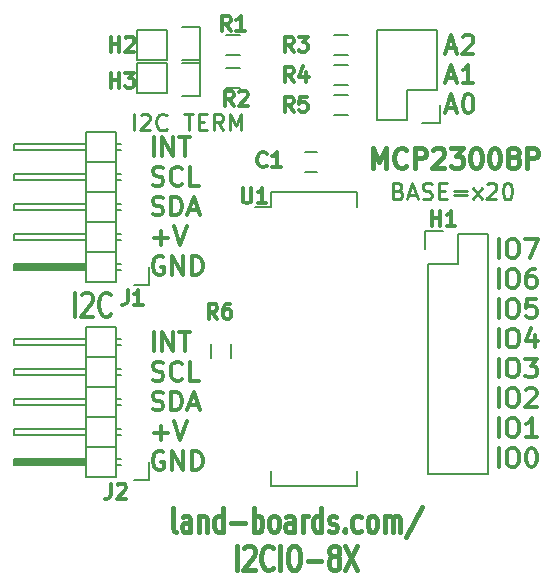
<source format=gto>
G04 #@! TF.FileFunction,Legend,Top*
%FSLAX46Y46*%
G04 Gerber Fmt 4.6, Leading zero omitted, Abs format (unit mm)*
G04 Created by KiCad (PCBNEW (after 2015-mar-04 BZR unknown)-product) date 12/21/2015 2:53:08 PM*
%MOMM*%
G01*
G04 APERTURE LIST*
%ADD10C,0.150000*%
%ADD11C,0.304800*%
%ADD12C,0.285750*%
%ADD13C,0.381000*%
%ADD14C,0.412750*%
G04 APERTURE END LIST*
D10*
D11*
X13331976Y-29445555D02*
X13331976Y-27858055D01*
X14087928Y-29445555D02*
X14087928Y-27858055D01*
X14995071Y-29445555D01*
X14995071Y-27858055D01*
X15524237Y-27858055D02*
X16431380Y-27858055D01*
X15977809Y-29445555D02*
X15977809Y-27858055D01*
X13256381Y-31897260D02*
X13483167Y-31972855D01*
X13861143Y-31972855D01*
X14012333Y-31897260D01*
X14087929Y-31821664D01*
X14163524Y-31670474D01*
X14163524Y-31519283D01*
X14087929Y-31368093D01*
X14012333Y-31292498D01*
X13861143Y-31216902D01*
X13558762Y-31141307D01*
X13407571Y-31065712D01*
X13331976Y-30990117D01*
X13256381Y-30838926D01*
X13256381Y-30687736D01*
X13331976Y-30536545D01*
X13407571Y-30460950D01*
X13558762Y-30385355D01*
X13936738Y-30385355D01*
X14163524Y-30460950D01*
X15751024Y-31821664D02*
X15675429Y-31897260D01*
X15448643Y-31972855D01*
X15297453Y-31972855D01*
X15070667Y-31897260D01*
X14919476Y-31746069D01*
X14843881Y-31594879D01*
X14768286Y-31292498D01*
X14768286Y-31065712D01*
X14843881Y-30763331D01*
X14919476Y-30612140D01*
X15070667Y-30460950D01*
X15297453Y-30385355D01*
X15448643Y-30385355D01*
X15675429Y-30460950D01*
X15751024Y-30536545D01*
X17187334Y-31972855D02*
X16431381Y-31972855D01*
X16431381Y-30385355D01*
X13256381Y-34424560D02*
X13483167Y-34500155D01*
X13861143Y-34500155D01*
X14012333Y-34424560D01*
X14087929Y-34348964D01*
X14163524Y-34197774D01*
X14163524Y-34046583D01*
X14087929Y-33895393D01*
X14012333Y-33819798D01*
X13861143Y-33744202D01*
X13558762Y-33668607D01*
X13407571Y-33593012D01*
X13331976Y-33517417D01*
X13256381Y-33366226D01*
X13256381Y-33215036D01*
X13331976Y-33063845D01*
X13407571Y-32988250D01*
X13558762Y-32912655D01*
X13936738Y-32912655D01*
X14163524Y-32988250D01*
X14843881Y-34500155D02*
X14843881Y-32912655D01*
X15221857Y-32912655D01*
X15448643Y-32988250D01*
X15599834Y-33139440D01*
X15675429Y-33290631D01*
X15751024Y-33593012D01*
X15751024Y-33819798D01*
X15675429Y-34122179D01*
X15599834Y-34273369D01*
X15448643Y-34424560D01*
X15221857Y-34500155D01*
X14843881Y-34500155D01*
X16355786Y-34046583D02*
X17111738Y-34046583D01*
X16204595Y-34500155D02*
X16733762Y-32912655D01*
X17262929Y-34500155D01*
X13331976Y-36422693D02*
X14541500Y-36422693D01*
X13936738Y-37027455D02*
X13936738Y-35817931D01*
X15070666Y-35439955D02*
X15599833Y-37027455D01*
X16129000Y-35439955D01*
X14163524Y-38042850D02*
X14012333Y-37967255D01*
X13785548Y-37967255D01*
X13558762Y-38042850D01*
X13407571Y-38194040D01*
X13331976Y-38345231D01*
X13256381Y-38647612D01*
X13256381Y-38874398D01*
X13331976Y-39176779D01*
X13407571Y-39327969D01*
X13558762Y-39479160D01*
X13785548Y-39554755D01*
X13936738Y-39554755D01*
X14163524Y-39479160D01*
X14239119Y-39403564D01*
X14239119Y-38874398D01*
X13936738Y-38874398D01*
X14919476Y-39554755D02*
X14919476Y-37967255D01*
X15826619Y-39554755D01*
X15826619Y-37967255D01*
X16582571Y-39554755D02*
X16582571Y-37967255D01*
X16960547Y-37967255D01*
X17187333Y-38042850D01*
X17338524Y-38194040D01*
X17414119Y-38345231D01*
X17489714Y-38647612D01*
X17489714Y-38874398D01*
X17414119Y-39176779D01*
X17338524Y-39327969D01*
X17187333Y-39479160D01*
X16960547Y-39554755D01*
X16582571Y-39554755D01*
D12*
X11635620Y-10791976D02*
X11635620Y-9394976D01*
X12234334Y-9528024D02*
X12300858Y-9461500D01*
X12433906Y-9394976D01*
X12766525Y-9394976D01*
X12899572Y-9461500D01*
X12966096Y-9528024D01*
X13032620Y-9661071D01*
X13032620Y-9794119D01*
X12966096Y-9993690D01*
X12167810Y-10791976D01*
X13032620Y-10791976D01*
X14429620Y-10658929D02*
X14363096Y-10725452D01*
X14163525Y-10791976D01*
X14030477Y-10791976D01*
X13830905Y-10725452D01*
X13697858Y-10592405D01*
X13631334Y-10459357D01*
X13564810Y-10193262D01*
X13564810Y-9993690D01*
X13631334Y-9727595D01*
X13697858Y-9594548D01*
X13830905Y-9461500D01*
X14030477Y-9394976D01*
X14163525Y-9394976D01*
X14363096Y-9461500D01*
X14429620Y-9528024D01*
X15893144Y-9394976D02*
X16691429Y-9394976D01*
X16292286Y-10791976D02*
X16292286Y-9394976D01*
X17157096Y-10060214D02*
X17622763Y-10060214D01*
X17822334Y-10791976D02*
X17157096Y-10791976D01*
X17157096Y-9394976D01*
X17822334Y-9394976D01*
X19219334Y-10791976D02*
X18753667Y-10126738D01*
X18421048Y-10791976D02*
X18421048Y-9394976D01*
X18953239Y-9394976D01*
X19086286Y-9461500D01*
X19152810Y-9528024D01*
X19219334Y-9661071D01*
X19219334Y-9860643D01*
X19152810Y-9993690D01*
X19086286Y-10060214D01*
X18953239Y-10126738D01*
X18421048Y-10126738D01*
X19818048Y-10791976D02*
X19818048Y-9394976D01*
X20283715Y-10392833D01*
X20749381Y-9394976D01*
X20749381Y-10791976D01*
X34051120Y-15902214D02*
X34250691Y-15968738D01*
X34317215Y-16035262D01*
X34383739Y-16168310D01*
X34383739Y-16367881D01*
X34317215Y-16500929D01*
X34250691Y-16567452D01*
X34117644Y-16633976D01*
X33585453Y-16633976D01*
X33585453Y-15236976D01*
X34051120Y-15236976D01*
X34184167Y-15303500D01*
X34250691Y-15370024D01*
X34317215Y-15503071D01*
X34317215Y-15636119D01*
X34250691Y-15769167D01*
X34184167Y-15835690D01*
X34051120Y-15902214D01*
X33585453Y-15902214D01*
X34915929Y-16234833D02*
X35581167Y-16234833D01*
X34782882Y-16633976D02*
X35248548Y-15236976D01*
X35714215Y-16633976D01*
X36113358Y-16567452D02*
X36312930Y-16633976D01*
X36645549Y-16633976D01*
X36778596Y-16567452D01*
X36845120Y-16500929D01*
X36911644Y-16367881D01*
X36911644Y-16234833D01*
X36845120Y-16101786D01*
X36778596Y-16035262D01*
X36645549Y-15968738D01*
X36379453Y-15902214D01*
X36246406Y-15835690D01*
X36179882Y-15769167D01*
X36113358Y-15636119D01*
X36113358Y-15503071D01*
X36179882Y-15370024D01*
X36246406Y-15303500D01*
X36379453Y-15236976D01*
X36712073Y-15236976D01*
X36911644Y-15303500D01*
X37510358Y-15902214D02*
X37976025Y-15902214D01*
X38175596Y-16633976D02*
X37510358Y-16633976D01*
X37510358Y-15236976D01*
X38175596Y-15236976D01*
X38774310Y-15902214D02*
X39838691Y-15902214D01*
X39838691Y-16301357D02*
X38774310Y-16301357D01*
X40370881Y-16633976D02*
X41102643Y-15702643D01*
X40370881Y-15702643D02*
X41102643Y-16633976D01*
X41568310Y-15370024D02*
X41634834Y-15303500D01*
X41767882Y-15236976D01*
X42100501Y-15236976D01*
X42233548Y-15303500D01*
X42300072Y-15370024D01*
X42366596Y-15503071D01*
X42366596Y-15636119D01*
X42300072Y-15835690D01*
X41501786Y-16633976D01*
X42366596Y-16633976D01*
X43231405Y-15236976D02*
X43364453Y-15236976D01*
X43497501Y-15303500D01*
X43564024Y-15370024D01*
X43630548Y-15503071D01*
X43697072Y-15769167D01*
X43697072Y-16101786D01*
X43630548Y-16367881D01*
X43564024Y-16500929D01*
X43497501Y-16567452D01*
X43364453Y-16633976D01*
X43231405Y-16633976D01*
X43098358Y-16567452D01*
X43031834Y-16500929D01*
X42965310Y-16367881D01*
X42898786Y-16101786D01*
X42898786Y-15769167D01*
X42965310Y-15503071D01*
X43031834Y-15370024D01*
X43098358Y-15303500D01*
X43231405Y-15236976D01*
D11*
X42541976Y-21590605D02*
X42541976Y-20003105D01*
X43600309Y-20003105D02*
X43902690Y-20003105D01*
X44053881Y-20078700D01*
X44205071Y-20229890D01*
X44280666Y-20532271D01*
X44280666Y-21061438D01*
X44205071Y-21363819D01*
X44053881Y-21515010D01*
X43902690Y-21590605D01*
X43600309Y-21590605D01*
X43449119Y-21515010D01*
X43297928Y-21363819D01*
X43222333Y-21061438D01*
X43222333Y-20532271D01*
X43297928Y-20229890D01*
X43449119Y-20078700D01*
X43600309Y-20003105D01*
X44809833Y-20003105D02*
X45868166Y-20003105D01*
X45187809Y-21590605D01*
X42541976Y-24117905D02*
X42541976Y-22530405D01*
X43600309Y-22530405D02*
X43902690Y-22530405D01*
X44053881Y-22606000D01*
X44205071Y-22757190D01*
X44280666Y-23059571D01*
X44280666Y-23588738D01*
X44205071Y-23891119D01*
X44053881Y-24042310D01*
X43902690Y-24117905D01*
X43600309Y-24117905D01*
X43449119Y-24042310D01*
X43297928Y-23891119D01*
X43222333Y-23588738D01*
X43222333Y-23059571D01*
X43297928Y-22757190D01*
X43449119Y-22606000D01*
X43600309Y-22530405D01*
X45641380Y-22530405D02*
X45338999Y-22530405D01*
X45187809Y-22606000D01*
X45112214Y-22681595D01*
X44961023Y-22908381D01*
X44885428Y-23210762D01*
X44885428Y-23815524D01*
X44961023Y-23966714D01*
X45036618Y-24042310D01*
X45187809Y-24117905D01*
X45490190Y-24117905D01*
X45641380Y-24042310D01*
X45716976Y-23966714D01*
X45792571Y-23815524D01*
X45792571Y-23437548D01*
X45716976Y-23286357D01*
X45641380Y-23210762D01*
X45490190Y-23135167D01*
X45187809Y-23135167D01*
X45036618Y-23210762D01*
X44961023Y-23286357D01*
X44885428Y-23437548D01*
X42541976Y-26645205D02*
X42541976Y-25057705D01*
X43600309Y-25057705D02*
X43902690Y-25057705D01*
X44053881Y-25133300D01*
X44205071Y-25284490D01*
X44280666Y-25586871D01*
X44280666Y-26116038D01*
X44205071Y-26418419D01*
X44053881Y-26569610D01*
X43902690Y-26645205D01*
X43600309Y-26645205D01*
X43449119Y-26569610D01*
X43297928Y-26418419D01*
X43222333Y-26116038D01*
X43222333Y-25586871D01*
X43297928Y-25284490D01*
X43449119Y-25133300D01*
X43600309Y-25057705D01*
X45716976Y-25057705D02*
X44961023Y-25057705D01*
X44885428Y-25813657D01*
X44961023Y-25738062D01*
X45112214Y-25662467D01*
X45490190Y-25662467D01*
X45641380Y-25738062D01*
X45716976Y-25813657D01*
X45792571Y-25964848D01*
X45792571Y-26342824D01*
X45716976Y-26494014D01*
X45641380Y-26569610D01*
X45490190Y-26645205D01*
X45112214Y-26645205D01*
X44961023Y-26569610D01*
X44885428Y-26494014D01*
X42541976Y-29172505D02*
X42541976Y-27585005D01*
X43600309Y-27585005D02*
X43902690Y-27585005D01*
X44053881Y-27660600D01*
X44205071Y-27811790D01*
X44280666Y-28114171D01*
X44280666Y-28643338D01*
X44205071Y-28945719D01*
X44053881Y-29096910D01*
X43902690Y-29172505D01*
X43600309Y-29172505D01*
X43449119Y-29096910D01*
X43297928Y-28945719D01*
X43222333Y-28643338D01*
X43222333Y-28114171D01*
X43297928Y-27811790D01*
X43449119Y-27660600D01*
X43600309Y-27585005D01*
X45641380Y-28114171D02*
X45641380Y-29172505D01*
X45263404Y-27509410D02*
X44885428Y-28643338D01*
X45868166Y-28643338D01*
X42541976Y-31699805D02*
X42541976Y-30112305D01*
X43600309Y-30112305D02*
X43902690Y-30112305D01*
X44053881Y-30187900D01*
X44205071Y-30339090D01*
X44280666Y-30641471D01*
X44280666Y-31170638D01*
X44205071Y-31473019D01*
X44053881Y-31624210D01*
X43902690Y-31699805D01*
X43600309Y-31699805D01*
X43449119Y-31624210D01*
X43297928Y-31473019D01*
X43222333Y-31170638D01*
X43222333Y-30641471D01*
X43297928Y-30339090D01*
X43449119Y-30187900D01*
X43600309Y-30112305D01*
X44809833Y-30112305D02*
X45792571Y-30112305D01*
X45263404Y-30717067D01*
X45490190Y-30717067D01*
X45641380Y-30792662D01*
X45716976Y-30868257D01*
X45792571Y-31019448D01*
X45792571Y-31397424D01*
X45716976Y-31548614D01*
X45641380Y-31624210D01*
X45490190Y-31699805D01*
X45036618Y-31699805D01*
X44885428Y-31624210D01*
X44809833Y-31548614D01*
X42541976Y-34227105D02*
X42541976Y-32639605D01*
X43600309Y-32639605D02*
X43902690Y-32639605D01*
X44053881Y-32715200D01*
X44205071Y-32866390D01*
X44280666Y-33168771D01*
X44280666Y-33697938D01*
X44205071Y-34000319D01*
X44053881Y-34151510D01*
X43902690Y-34227105D01*
X43600309Y-34227105D01*
X43449119Y-34151510D01*
X43297928Y-34000319D01*
X43222333Y-33697938D01*
X43222333Y-33168771D01*
X43297928Y-32866390D01*
X43449119Y-32715200D01*
X43600309Y-32639605D01*
X44885428Y-32790795D02*
X44961023Y-32715200D01*
X45112214Y-32639605D01*
X45490190Y-32639605D01*
X45641380Y-32715200D01*
X45716976Y-32790795D01*
X45792571Y-32941986D01*
X45792571Y-33093176D01*
X45716976Y-33319962D01*
X44809833Y-34227105D01*
X45792571Y-34227105D01*
X42541976Y-36754405D02*
X42541976Y-35166905D01*
X43600309Y-35166905D02*
X43902690Y-35166905D01*
X44053881Y-35242500D01*
X44205071Y-35393690D01*
X44280666Y-35696071D01*
X44280666Y-36225238D01*
X44205071Y-36527619D01*
X44053881Y-36678810D01*
X43902690Y-36754405D01*
X43600309Y-36754405D01*
X43449119Y-36678810D01*
X43297928Y-36527619D01*
X43222333Y-36225238D01*
X43222333Y-35696071D01*
X43297928Y-35393690D01*
X43449119Y-35242500D01*
X43600309Y-35166905D01*
X45792571Y-36754405D02*
X44885428Y-36754405D01*
X45338999Y-36754405D02*
X45338999Y-35166905D01*
X45187809Y-35393690D01*
X45036618Y-35544881D01*
X44885428Y-35620476D01*
X42541976Y-39281705D02*
X42541976Y-37694205D01*
X43600309Y-37694205D02*
X43902690Y-37694205D01*
X44053881Y-37769800D01*
X44205071Y-37920990D01*
X44280666Y-38223371D01*
X44280666Y-38752538D01*
X44205071Y-39054919D01*
X44053881Y-39206110D01*
X43902690Y-39281705D01*
X43600309Y-39281705D01*
X43449119Y-39206110D01*
X43297928Y-39054919D01*
X43222333Y-38752538D01*
X43222333Y-38223371D01*
X43297928Y-37920990D01*
X43449119Y-37769800D01*
X43600309Y-37694205D01*
X45263404Y-37694205D02*
X45414595Y-37694205D01*
X45565785Y-37769800D01*
X45641380Y-37845395D01*
X45716976Y-37996586D01*
X45792571Y-38298967D01*
X45792571Y-38676943D01*
X45716976Y-38979324D01*
X45641380Y-39130514D01*
X45565785Y-39206110D01*
X45414595Y-39281705D01*
X45263404Y-39281705D01*
X45112214Y-39206110D01*
X45036618Y-39130514D01*
X44961023Y-38979324D01*
X44885428Y-38676943D01*
X44885428Y-38298967D01*
X44961023Y-37996586D01*
X45036618Y-37845395D01*
X45112214Y-37769800D01*
X45263404Y-37694205D01*
X13331976Y-12935555D02*
X13331976Y-11348055D01*
X14087928Y-12935555D02*
X14087928Y-11348055D01*
X14995071Y-12935555D01*
X14995071Y-11348055D01*
X15524237Y-11348055D02*
X16431380Y-11348055D01*
X15977809Y-12935555D02*
X15977809Y-11348055D01*
X13256381Y-15387260D02*
X13483167Y-15462855D01*
X13861143Y-15462855D01*
X14012333Y-15387260D01*
X14087929Y-15311664D01*
X14163524Y-15160474D01*
X14163524Y-15009283D01*
X14087929Y-14858093D01*
X14012333Y-14782498D01*
X13861143Y-14706902D01*
X13558762Y-14631307D01*
X13407571Y-14555712D01*
X13331976Y-14480117D01*
X13256381Y-14328926D01*
X13256381Y-14177736D01*
X13331976Y-14026545D01*
X13407571Y-13950950D01*
X13558762Y-13875355D01*
X13936738Y-13875355D01*
X14163524Y-13950950D01*
X15751024Y-15311664D02*
X15675429Y-15387260D01*
X15448643Y-15462855D01*
X15297453Y-15462855D01*
X15070667Y-15387260D01*
X14919476Y-15236069D01*
X14843881Y-15084879D01*
X14768286Y-14782498D01*
X14768286Y-14555712D01*
X14843881Y-14253331D01*
X14919476Y-14102140D01*
X15070667Y-13950950D01*
X15297453Y-13875355D01*
X15448643Y-13875355D01*
X15675429Y-13950950D01*
X15751024Y-14026545D01*
X17187334Y-15462855D02*
X16431381Y-15462855D01*
X16431381Y-13875355D01*
X13256381Y-17914560D02*
X13483167Y-17990155D01*
X13861143Y-17990155D01*
X14012333Y-17914560D01*
X14087929Y-17838964D01*
X14163524Y-17687774D01*
X14163524Y-17536583D01*
X14087929Y-17385393D01*
X14012333Y-17309798D01*
X13861143Y-17234202D01*
X13558762Y-17158607D01*
X13407571Y-17083012D01*
X13331976Y-17007417D01*
X13256381Y-16856226D01*
X13256381Y-16705036D01*
X13331976Y-16553845D01*
X13407571Y-16478250D01*
X13558762Y-16402655D01*
X13936738Y-16402655D01*
X14163524Y-16478250D01*
X14843881Y-17990155D02*
X14843881Y-16402655D01*
X15221857Y-16402655D01*
X15448643Y-16478250D01*
X15599834Y-16629440D01*
X15675429Y-16780631D01*
X15751024Y-17083012D01*
X15751024Y-17309798D01*
X15675429Y-17612179D01*
X15599834Y-17763369D01*
X15448643Y-17914560D01*
X15221857Y-17990155D01*
X14843881Y-17990155D01*
X16355786Y-17536583D02*
X17111738Y-17536583D01*
X16204595Y-17990155D02*
X16733762Y-16402655D01*
X17262929Y-17990155D01*
X13331976Y-19912693D02*
X14541500Y-19912693D01*
X13936738Y-20517455D02*
X13936738Y-19307931D01*
X15070666Y-18929955D02*
X15599833Y-20517455D01*
X16129000Y-18929955D01*
X14163524Y-21532850D02*
X14012333Y-21457255D01*
X13785548Y-21457255D01*
X13558762Y-21532850D01*
X13407571Y-21684040D01*
X13331976Y-21835231D01*
X13256381Y-22137612D01*
X13256381Y-22364398D01*
X13331976Y-22666779D01*
X13407571Y-22817969D01*
X13558762Y-22969160D01*
X13785548Y-23044755D01*
X13936738Y-23044755D01*
X14163524Y-22969160D01*
X14239119Y-22893564D01*
X14239119Y-22364398D01*
X13936738Y-22364398D01*
X14919476Y-23044755D02*
X14919476Y-21457255D01*
X15826619Y-23044755D01*
X15826619Y-21457255D01*
X16582571Y-23044755D02*
X16582571Y-21457255D01*
X16960547Y-21457255D01*
X17187333Y-21532850D01*
X17338524Y-21684040D01*
X17414119Y-21835231D01*
X17489714Y-22137612D01*
X17489714Y-22364398D01*
X17414119Y-22666779D01*
X17338524Y-22817969D01*
X17187333Y-22969160D01*
X16960547Y-23044755D01*
X16582571Y-23044755D01*
D13*
X15203715Y-44772338D02*
X15058573Y-44675576D01*
X14986001Y-44482052D01*
X14986001Y-42740338D01*
X16437430Y-44772338D02*
X16437430Y-43707957D01*
X16364859Y-43514433D01*
X16219716Y-43417671D01*
X15929430Y-43417671D01*
X15784287Y-43514433D01*
X16437430Y-44675576D02*
X16292287Y-44772338D01*
X15929430Y-44772338D01*
X15784287Y-44675576D01*
X15711716Y-44482052D01*
X15711716Y-44288529D01*
X15784287Y-44095005D01*
X15929430Y-43998243D01*
X16292287Y-43998243D01*
X16437430Y-43901481D01*
X17163144Y-43417671D02*
X17163144Y-44772338D01*
X17163144Y-43611195D02*
X17235716Y-43514433D01*
X17380858Y-43417671D01*
X17598573Y-43417671D01*
X17743716Y-43514433D01*
X17816287Y-43707957D01*
X17816287Y-44772338D01*
X19195144Y-44772338D02*
X19195144Y-42740338D01*
X19195144Y-44675576D02*
X19050001Y-44772338D01*
X18759715Y-44772338D01*
X18614573Y-44675576D01*
X18542001Y-44578814D01*
X18469430Y-44385290D01*
X18469430Y-43804719D01*
X18542001Y-43611195D01*
X18614573Y-43514433D01*
X18759715Y-43417671D01*
X19050001Y-43417671D01*
X19195144Y-43514433D01*
X19920858Y-43998243D02*
X21082001Y-43998243D01*
X21807715Y-44772338D02*
X21807715Y-42740338D01*
X21807715Y-43514433D02*
X21952858Y-43417671D01*
X22243144Y-43417671D01*
X22388287Y-43514433D01*
X22460858Y-43611195D01*
X22533429Y-43804719D01*
X22533429Y-44385290D01*
X22460858Y-44578814D01*
X22388287Y-44675576D01*
X22243144Y-44772338D01*
X21952858Y-44772338D01*
X21807715Y-44675576D01*
X23404286Y-44772338D02*
X23259144Y-44675576D01*
X23186572Y-44578814D01*
X23114001Y-44385290D01*
X23114001Y-43804719D01*
X23186572Y-43611195D01*
X23259144Y-43514433D01*
X23404286Y-43417671D01*
X23622001Y-43417671D01*
X23767144Y-43514433D01*
X23839715Y-43611195D01*
X23912286Y-43804719D01*
X23912286Y-44385290D01*
X23839715Y-44578814D01*
X23767144Y-44675576D01*
X23622001Y-44772338D01*
X23404286Y-44772338D01*
X25218572Y-44772338D02*
X25218572Y-43707957D01*
X25146001Y-43514433D01*
X25000858Y-43417671D01*
X24710572Y-43417671D01*
X24565429Y-43514433D01*
X25218572Y-44675576D02*
X25073429Y-44772338D01*
X24710572Y-44772338D01*
X24565429Y-44675576D01*
X24492858Y-44482052D01*
X24492858Y-44288529D01*
X24565429Y-44095005D01*
X24710572Y-43998243D01*
X25073429Y-43998243D01*
X25218572Y-43901481D01*
X25944286Y-44772338D02*
X25944286Y-43417671D01*
X25944286Y-43804719D02*
X26016858Y-43611195D01*
X26089429Y-43514433D01*
X26234572Y-43417671D01*
X26379715Y-43417671D01*
X27540858Y-44772338D02*
X27540858Y-42740338D01*
X27540858Y-44675576D02*
X27395715Y-44772338D01*
X27105429Y-44772338D01*
X26960287Y-44675576D01*
X26887715Y-44578814D01*
X26815144Y-44385290D01*
X26815144Y-43804719D01*
X26887715Y-43611195D01*
X26960287Y-43514433D01*
X27105429Y-43417671D01*
X27395715Y-43417671D01*
X27540858Y-43514433D01*
X28194001Y-44675576D02*
X28339144Y-44772338D01*
X28629429Y-44772338D01*
X28774572Y-44675576D01*
X28847144Y-44482052D01*
X28847144Y-44385290D01*
X28774572Y-44191767D01*
X28629429Y-44095005D01*
X28411715Y-44095005D01*
X28266572Y-43998243D01*
X28194001Y-43804719D01*
X28194001Y-43707957D01*
X28266572Y-43514433D01*
X28411715Y-43417671D01*
X28629429Y-43417671D01*
X28774572Y-43514433D01*
X29500286Y-44578814D02*
X29572858Y-44675576D01*
X29500286Y-44772338D01*
X29427715Y-44675576D01*
X29500286Y-44578814D01*
X29500286Y-44772338D01*
X30879143Y-44675576D02*
X30734000Y-44772338D01*
X30443714Y-44772338D01*
X30298572Y-44675576D01*
X30226000Y-44578814D01*
X30153429Y-44385290D01*
X30153429Y-43804719D01*
X30226000Y-43611195D01*
X30298572Y-43514433D01*
X30443714Y-43417671D01*
X30734000Y-43417671D01*
X30879143Y-43514433D01*
X31750000Y-44772338D02*
X31604858Y-44675576D01*
X31532286Y-44578814D01*
X31459715Y-44385290D01*
X31459715Y-43804719D01*
X31532286Y-43611195D01*
X31604858Y-43514433D01*
X31750000Y-43417671D01*
X31967715Y-43417671D01*
X32112858Y-43514433D01*
X32185429Y-43611195D01*
X32258000Y-43804719D01*
X32258000Y-44385290D01*
X32185429Y-44578814D01*
X32112858Y-44675576D01*
X31967715Y-44772338D01*
X31750000Y-44772338D01*
X32911143Y-44772338D02*
X32911143Y-43417671D01*
X32911143Y-43611195D02*
X32983715Y-43514433D01*
X33128857Y-43417671D01*
X33346572Y-43417671D01*
X33491715Y-43514433D01*
X33564286Y-43707957D01*
X33564286Y-44772338D01*
X33564286Y-43707957D02*
X33636857Y-43514433D01*
X33782000Y-43417671D01*
X33999715Y-43417671D01*
X34144857Y-43514433D01*
X34217429Y-43707957D01*
X34217429Y-44772338D01*
X36031715Y-42643576D02*
X34725429Y-45256148D01*
X20356286Y-47998138D02*
X20356286Y-45966138D01*
X21009429Y-46159662D02*
X21082000Y-46062900D01*
X21227143Y-45966138D01*
X21590000Y-45966138D01*
X21735143Y-46062900D01*
X21807714Y-46159662D01*
X21880286Y-46353186D01*
X21880286Y-46546710D01*
X21807714Y-46836995D01*
X20936857Y-47998138D01*
X21880286Y-47998138D01*
X23404286Y-47804614D02*
X23331715Y-47901376D01*
X23114001Y-47998138D01*
X22968858Y-47998138D01*
X22751143Y-47901376D01*
X22606001Y-47707852D01*
X22533429Y-47514329D01*
X22460858Y-47127281D01*
X22460858Y-46836995D01*
X22533429Y-46449948D01*
X22606001Y-46256424D01*
X22751143Y-46062900D01*
X22968858Y-45966138D01*
X23114001Y-45966138D01*
X23331715Y-46062900D01*
X23404286Y-46159662D01*
X24057429Y-47998138D02*
X24057429Y-45966138D01*
X25073429Y-45966138D02*
X25363715Y-45966138D01*
X25508857Y-46062900D01*
X25654000Y-46256424D01*
X25726572Y-46643471D01*
X25726572Y-47320805D01*
X25654000Y-47707852D01*
X25508857Y-47901376D01*
X25363715Y-47998138D01*
X25073429Y-47998138D01*
X24928286Y-47901376D01*
X24783143Y-47707852D01*
X24710572Y-47320805D01*
X24710572Y-46643471D01*
X24783143Y-46256424D01*
X24928286Y-46062900D01*
X25073429Y-45966138D01*
X26379714Y-47224043D02*
X27540857Y-47224043D01*
X28484285Y-46836995D02*
X28339143Y-46740233D01*
X28266571Y-46643471D01*
X28194000Y-46449948D01*
X28194000Y-46353186D01*
X28266571Y-46159662D01*
X28339143Y-46062900D01*
X28484285Y-45966138D01*
X28774571Y-45966138D01*
X28919714Y-46062900D01*
X28992285Y-46159662D01*
X29064857Y-46353186D01*
X29064857Y-46449948D01*
X28992285Y-46643471D01*
X28919714Y-46740233D01*
X28774571Y-46836995D01*
X28484285Y-46836995D01*
X28339143Y-46933757D01*
X28266571Y-47030519D01*
X28194000Y-47224043D01*
X28194000Y-47611090D01*
X28266571Y-47804614D01*
X28339143Y-47901376D01*
X28484285Y-47998138D01*
X28774571Y-47998138D01*
X28919714Y-47901376D01*
X28992285Y-47804614D01*
X29064857Y-47611090D01*
X29064857Y-47224043D01*
X28992285Y-47030519D01*
X28919714Y-46933757D01*
X28774571Y-46836995D01*
X29572857Y-45966138D02*
X30588857Y-47998138D01*
X30588857Y-45966138D02*
X29572857Y-47998138D01*
D14*
X31904214Y-13954881D02*
X31904214Y-12303881D01*
X32454548Y-13483167D01*
X33004881Y-12303881D01*
X33004881Y-13954881D01*
X34734500Y-13797643D02*
X34655881Y-13876262D01*
X34420024Y-13954881D01*
X34262786Y-13954881D01*
X34026928Y-13876262D01*
X33869690Y-13719024D01*
X33791071Y-13561786D01*
X33712452Y-13247310D01*
X33712452Y-13011452D01*
X33791071Y-12696976D01*
X33869690Y-12539738D01*
X34026928Y-12382500D01*
X34262786Y-12303881D01*
X34420024Y-12303881D01*
X34655881Y-12382500D01*
X34734500Y-12461119D01*
X35442071Y-13954881D02*
X35442071Y-12303881D01*
X36071024Y-12303881D01*
X36228262Y-12382500D01*
X36306881Y-12461119D01*
X36385500Y-12618357D01*
X36385500Y-12854214D01*
X36306881Y-13011452D01*
X36228262Y-13090071D01*
X36071024Y-13168690D01*
X35442071Y-13168690D01*
X37014452Y-12461119D02*
X37093071Y-12382500D01*
X37250309Y-12303881D01*
X37643405Y-12303881D01*
X37800643Y-12382500D01*
X37879262Y-12461119D01*
X37957881Y-12618357D01*
X37957881Y-12775595D01*
X37879262Y-13011452D01*
X36935833Y-13954881D01*
X37957881Y-13954881D01*
X38508214Y-12303881D02*
X39530262Y-12303881D01*
X38979928Y-12932833D01*
X39215786Y-12932833D01*
X39373024Y-13011452D01*
X39451643Y-13090071D01*
X39530262Y-13247310D01*
X39530262Y-13640405D01*
X39451643Y-13797643D01*
X39373024Y-13876262D01*
X39215786Y-13954881D01*
X38744071Y-13954881D01*
X38586833Y-13876262D01*
X38508214Y-13797643D01*
X40552309Y-12303881D02*
X40709548Y-12303881D01*
X40866786Y-12382500D01*
X40945405Y-12461119D01*
X41024024Y-12618357D01*
X41102643Y-12932833D01*
X41102643Y-13325929D01*
X41024024Y-13640405D01*
X40945405Y-13797643D01*
X40866786Y-13876262D01*
X40709548Y-13954881D01*
X40552309Y-13954881D01*
X40395071Y-13876262D01*
X40316452Y-13797643D01*
X40237833Y-13640405D01*
X40159214Y-13325929D01*
X40159214Y-12932833D01*
X40237833Y-12618357D01*
X40316452Y-12461119D01*
X40395071Y-12382500D01*
X40552309Y-12303881D01*
X42124690Y-12303881D02*
X42281929Y-12303881D01*
X42439167Y-12382500D01*
X42517786Y-12461119D01*
X42596405Y-12618357D01*
X42675024Y-12932833D01*
X42675024Y-13325929D01*
X42596405Y-13640405D01*
X42517786Y-13797643D01*
X42439167Y-13876262D01*
X42281929Y-13954881D01*
X42124690Y-13954881D01*
X41967452Y-13876262D01*
X41888833Y-13797643D01*
X41810214Y-13640405D01*
X41731595Y-13325929D01*
X41731595Y-12932833D01*
X41810214Y-12618357D01*
X41888833Y-12461119D01*
X41967452Y-12382500D01*
X42124690Y-12303881D01*
X43618452Y-13011452D02*
X43461214Y-12932833D01*
X43382595Y-12854214D01*
X43303976Y-12696976D01*
X43303976Y-12618357D01*
X43382595Y-12461119D01*
X43461214Y-12382500D01*
X43618452Y-12303881D01*
X43932929Y-12303881D01*
X44090167Y-12382500D01*
X44168786Y-12461119D01*
X44247405Y-12618357D01*
X44247405Y-12696976D01*
X44168786Y-12854214D01*
X44090167Y-12932833D01*
X43932929Y-13011452D01*
X43618452Y-13011452D01*
X43461214Y-13090071D01*
X43382595Y-13168690D01*
X43303976Y-13325929D01*
X43303976Y-13640405D01*
X43382595Y-13797643D01*
X43461214Y-13876262D01*
X43618452Y-13954881D01*
X43932929Y-13954881D01*
X44090167Y-13876262D01*
X44168786Y-13797643D01*
X44247405Y-13640405D01*
X44247405Y-13325929D01*
X44168786Y-13168690D01*
X44090167Y-13090071D01*
X43932929Y-13011452D01*
X44954976Y-13954881D02*
X44954976Y-12303881D01*
X45583929Y-12303881D01*
X45741167Y-12382500D01*
X45819786Y-12461119D01*
X45898405Y-12618357D01*
X45898405Y-12854214D01*
X45819786Y-13011452D01*
X45741167Y-13090071D01*
X45583929Y-13168690D01*
X44954976Y-13168690D01*
D11*
X6640286Y-26573238D02*
X6640286Y-24541238D01*
X7293429Y-24734762D02*
X7366000Y-24638000D01*
X7511143Y-24541238D01*
X7874000Y-24541238D01*
X8019143Y-24638000D01*
X8091714Y-24734762D01*
X8164286Y-24928286D01*
X8164286Y-25121810D01*
X8091714Y-25412095D01*
X7220857Y-26573238D01*
X8164286Y-26573238D01*
X9688286Y-26379714D02*
X9615715Y-26476476D01*
X9398001Y-26573238D01*
X9252858Y-26573238D01*
X9035143Y-26476476D01*
X8890001Y-26282952D01*
X8817429Y-26089429D01*
X8744858Y-25702381D01*
X8744858Y-25412095D01*
X8817429Y-25025048D01*
X8890001Y-24831524D01*
X9035143Y-24638000D01*
X9252858Y-24541238D01*
X9398001Y-24541238D01*
X9615715Y-24638000D01*
X9688286Y-24734762D01*
X38148381Y-3833283D02*
X38904333Y-3833283D01*
X37997190Y-4286855D02*
X38526357Y-2699355D01*
X39055524Y-4286855D01*
X39509095Y-2850545D02*
X39584690Y-2774950D01*
X39735881Y-2699355D01*
X40113857Y-2699355D01*
X40265047Y-2774950D01*
X40340643Y-2850545D01*
X40416238Y-3001736D01*
X40416238Y-3152926D01*
X40340643Y-3379712D01*
X39433500Y-4286855D01*
X40416238Y-4286855D01*
X38148381Y-6360583D02*
X38904333Y-6360583D01*
X37997190Y-6814155D02*
X38526357Y-5226655D01*
X39055524Y-6814155D01*
X40416238Y-6814155D02*
X39509095Y-6814155D01*
X39962666Y-6814155D02*
X39962666Y-5226655D01*
X39811476Y-5453440D01*
X39660285Y-5604631D01*
X39509095Y-5680226D01*
X38148381Y-8887883D02*
X38904333Y-8887883D01*
X37997190Y-9341455D02*
X38526357Y-7753955D01*
X39055524Y-9341455D01*
X39887071Y-7753955D02*
X40038262Y-7753955D01*
X40189452Y-7829550D01*
X40265047Y-7905145D01*
X40340643Y-8056336D01*
X40416238Y-8358717D01*
X40416238Y-8736693D01*
X40340643Y-9039074D01*
X40265047Y-9190264D01*
X40189452Y-9265860D01*
X40038262Y-9341455D01*
X39887071Y-9341455D01*
X39735881Y-9265860D01*
X39660285Y-9190264D01*
X39584690Y-9039074D01*
X39509095Y-8736693D01*
X39509095Y-8358717D01*
X39584690Y-8056336D01*
X39660285Y-7905145D01*
X39735881Y-7829550D01*
X39887071Y-7753955D01*
D10*
X23249000Y-15993000D02*
X23249000Y-17263000D01*
X30599000Y-15993000D02*
X30599000Y-17263000D01*
X30599000Y-40903000D02*
X30599000Y-39633000D01*
X23249000Y-40903000D02*
X23249000Y-39633000D01*
X23249000Y-15993000D02*
X30599000Y-15993000D01*
X23249000Y-40903000D02*
X30599000Y-40903000D01*
X23249000Y-17263000D02*
X21964000Y-17263000D01*
X29810000Y-9511000D02*
X28610000Y-9511000D01*
X28610000Y-7761000D02*
X29810000Y-7761000D01*
X29810000Y-6971000D02*
X28610000Y-6971000D01*
X28610000Y-5221000D02*
X29810000Y-5221000D01*
X29810000Y-4431000D02*
X28610000Y-4431000D01*
X28610000Y-2681000D02*
X29810000Y-2681000D01*
X19466000Y-2681000D02*
X20666000Y-2681000D01*
X20666000Y-4431000D02*
X19466000Y-4431000D01*
X19466000Y-5475000D02*
X20666000Y-5475000D01*
X20666000Y-7225000D02*
X19466000Y-7225000D01*
X18175000Y-30064000D02*
X18175000Y-28864000D01*
X19925000Y-28864000D02*
X19925000Y-30064000D01*
X26170000Y-14312000D02*
X27170000Y-14312000D01*
X27170000Y-12612000D02*
X26170000Y-12612000D01*
X14478000Y-4826000D02*
X11938000Y-4826000D01*
X17298000Y-5106000D02*
X15748000Y-5106000D01*
X14478000Y-4826000D02*
X14478000Y-2286000D01*
X15748000Y-2006000D02*
X17298000Y-2006000D01*
X17298000Y-2006000D02*
X17298000Y-5106000D01*
X14478000Y-2286000D02*
X11938000Y-2286000D01*
X11938000Y-2286000D02*
X11938000Y-4826000D01*
X14478000Y-7620000D02*
X11938000Y-7620000D01*
X17298000Y-7900000D02*
X15748000Y-7900000D01*
X14478000Y-7620000D02*
X14478000Y-5080000D01*
X15748000Y-4800000D02*
X17298000Y-4800000D01*
X17298000Y-4800000D02*
X17298000Y-7900000D01*
X14478000Y-5080000D02*
X11938000Y-5080000D01*
X11938000Y-5080000D02*
X11938000Y-7620000D01*
X37338000Y-7366000D02*
X37338000Y-2286000D01*
X37618000Y-10186000D02*
X36068000Y-10186000D01*
X34798000Y-9906000D02*
X34798000Y-7366000D01*
X34798000Y-7366000D02*
X37338000Y-7366000D01*
X37338000Y-2286000D02*
X32258000Y-2286000D01*
X32258000Y-2286000D02*
X32258000Y-7366000D01*
X37618000Y-10186000D02*
X37618000Y-8636000D01*
X32258000Y-9906000D02*
X34798000Y-9906000D01*
X32258000Y-7366000D02*
X32258000Y-9906000D01*
X12984000Y-23902000D02*
X12984000Y-22352000D01*
X11684000Y-23902000D02*
X12984000Y-23902000D01*
X7493000Y-22479000D02*
X1651000Y-22479000D01*
X1651000Y-22479000D02*
X1651000Y-22225000D01*
X1651000Y-22225000D02*
X7493000Y-22225000D01*
X7493000Y-22225000D02*
X7493000Y-22352000D01*
X7493000Y-22352000D02*
X1651000Y-22352000D01*
X10160000Y-22606000D02*
X10541000Y-22606000D01*
X10160000Y-22098000D02*
X10541000Y-22098000D01*
X10160000Y-20066000D02*
X10541000Y-20066000D01*
X10160000Y-19558000D02*
X10541000Y-19558000D01*
X10160000Y-17526000D02*
X10541000Y-17526000D01*
X10160000Y-17018000D02*
X10541000Y-17018000D01*
X10160000Y-14986000D02*
X10541000Y-14986000D01*
X10160000Y-14478000D02*
X10541000Y-14478000D01*
X10160000Y-11938000D02*
X10541000Y-11938000D01*
X10160000Y-12446000D02*
X10541000Y-12446000D01*
X7620000Y-21082000D02*
X7620000Y-23622000D01*
X1524000Y-22098000D02*
X7620000Y-22098000D01*
X1524000Y-22606000D02*
X1524000Y-22098000D01*
X7620000Y-22606000D02*
X1524000Y-22606000D01*
X10160000Y-21082000D02*
X7620000Y-21082000D01*
X10160000Y-23622000D02*
X10160000Y-21082000D01*
X10160000Y-23622000D02*
X7620000Y-23622000D01*
X10160000Y-18542000D02*
X7620000Y-18542000D01*
X10160000Y-18542000D02*
X10160000Y-16002000D01*
X10160000Y-16002000D02*
X7620000Y-16002000D01*
X7620000Y-17526000D02*
X1524000Y-17526000D01*
X1524000Y-17526000D02*
X1524000Y-17018000D01*
X1524000Y-17018000D02*
X7620000Y-17018000D01*
X7620000Y-16002000D02*
X7620000Y-18542000D01*
X7620000Y-18542000D02*
X7620000Y-21082000D01*
X1524000Y-19558000D02*
X7620000Y-19558000D01*
X1524000Y-20066000D02*
X1524000Y-19558000D01*
X7620000Y-20066000D02*
X1524000Y-20066000D01*
X10160000Y-18542000D02*
X7620000Y-18542000D01*
X10160000Y-21082000D02*
X10160000Y-18542000D01*
X10160000Y-21082000D02*
X7620000Y-21082000D01*
X10160000Y-13462000D02*
X7620000Y-13462000D01*
X10160000Y-13462000D02*
X10160000Y-10922000D01*
X10160000Y-10922000D02*
X7620000Y-10922000D01*
X7620000Y-12446000D02*
X1524000Y-12446000D01*
X1524000Y-12446000D02*
X1524000Y-11938000D01*
X1524000Y-11938000D02*
X7620000Y-11938000D01*
X7620000Y-10922000D02*
X7620000Y-13462000D01*
X7620000Y-13462000D02*
X7620000Y-16002000D01*
X1524000Y-14478000D02*
X7620000Y-14478000D01*
X1524000Y-14986000D02*
X1524000Y-14478000D01*
X7620000Y-14986000D02*
X1524000Y-14986000D01*
X10160000Y-13462000D02*
X7620000Y-13462000D01*
X10160000Y-16002000D02*
X10160000Y-13462000D01*
X10160000Y-16002000D02*
X7620000Y-16002000D01*
X12984000Y-40412000D02*
X12984000Y-38862000D01*
X11684000Y-40412000D02*
X12984000Y-40412000D01*
X7493000Y-38989000D02*
X1651000Y-38989000D01*
X1651000Y-38989000D02*
X1651000Y-38735000D01*
X1651000Y-38735000D02*
X7493000Y-38735000D01*
X7493000Y-38735000D02*
X7493000Y-38862000D01*
X7493000Y-38862000D02*
X1651000Y-38862000D01*
X10160000Y-39116000D02*
X10541000Y-39116000D01*
X10160000Y-38608000D02*
X10541000Y-38608000D01*
X10160000Y-36576000D02*
X10541000Y-36576000D01*
X10160000Y-36068000D02*
X10541000Y-36068000D01*
X10160000Y-34036000D02*
X10541000Y-34036000D01*
X10160000Y-33528000D02*
X10541000Y-33528000D01*
X10160000Y-31496000D02*
X10541000Y-31496000D01*
X10160000Y-30988000D02*
X10541000Y-30988000D01*
X10160000Y-28448000D02*
X10541000Y-28448000D01*
X10160000Y-28956000D02*
X10541000Y-28956000D01*
X7620000Y-37592000D02*
X7620000Y-40132000D01*
X1524000Y-38608000D02*
X7620000Y-38608000D01*
X1524000Y-39116000D02*
X1524000Y-38608000D01*
X7620000Y-39116000D02*
X1524000Y-39116000D01*
X10160000Y-37592000D02*
X7620000Y-37592000D01*
X10160000Y-40132000D02*
X10160000Y-37592000D01*
X10160000Y-40132000D02*
X7620000Y-40132000D01*
X10160000Y-35052000D02*
X7620000Y-35052000D01*
X10160000Y-35052000D02*
X10160000Y-32512000D01*
X10160000Y-32512000D02*
X7620000Y-32512000D01*
X7620000Y-34036000D02*
X1524000Y-34036000D01*
X1524000Y-34036000D02*
X1524000Y-33528000D01*
X1524000Y-33528000D02*
X7620000Y-33528000D01*
X7620000Y-32512000D02*
X7620000Y-35052000D01*
X7620000Y-35052000D02*
X7620000Y-37592000D01*
X1524000Y-36068000D02*
X7620000Y-36068000D01*
X1524000Y-36576000D02*
X1524000Y-36068000D01*
X7620000Y-36576000D02*
X1524000Y-36576000D01*
X10160000Y-35052000D02*
X7620000Y-35052000D01*
X10160000Y-37592000D02*
X10160000Y-35052000D01*
X10160000Y-37592000D02*
X7620000Y-37592000D01*
X10160000Y-29972000D02*
X7620000Y-29972000D01*
X10160000Y-29972000D02*
X10160000Y-27432000D01*
X10160000Y-27432000D02*
X7620000Y-27432000D01*
X7620000Y-28956000D02*
X1524000Y-28956000D01*
X1524000Y-28956000D02*
X1524000Y-28448000D01*
X1524000Y-28448000D02*
X7620000Y-28448000D01*
X7620000Y-27432000D02*
X7620000Y-29972000D01*
X7620000Y-29972000D02*
X7620000Y-32512000D01*
X1524000Y-30988000D02*
X7620000Y-30988000D01*
X1524000Y-31496000D02*
X1524000Y-30988000D01*
X7620000Y-31496000D02*
X1524000Y-31496000D01*
X10160000Y-29972000D02*
X7620000Y-29972000D01*
X10160000Y-32512000D02*
X10160000Y-29972000D01*
X10160000Y-32512000D02*
X7620000Y-32512000D01*
X41656000Y-39878000D02*
X41656000Y-19558000D01*
X36576000Y-22098000D02*
X36576000Y-39878000D01*
X41656000Y-39878000D02*
X36576000Y-39878000D01*
X41656000Y-19558000D02*
X39116000Y-19558000D01*
X37846000Y-19278000D02*
X36296000Y-19278000D01*
X39116000Y-19558000D02*
X39116000Y-22098000D01*
X39116000Y-22098000D02*
X36576000Y-22098000D01*
X36296000Y-19278000D02*
X36296000Y-20828000D01*
D11*
X20876381Y-15687524D02*
X20876381Y-16715619D01*
X20936857Y-16836571D01*
X20997333Y-16897048D01*
X21118286Y-16957524D01*
X21360190Y-16957524D01*
X21481143Y-16897048D01*
X21541619Y-16836571D01*
X21602095Y-16715619D01*
X21602095Y-15687524D01*
X22872095Y-16957524D02*
X22146381Y-16957524D01*
X22509238Y-16957524D02*
X22509238Y-15687524D01*
X22388286Y-15868952D01*
X22267333Y-15989905D01*
X22146381Y-16050381D01*
X25188333Y-9210524D02*
X24765000Y-8605762D01*
X24462619Y-9210524D02*
X24462619Y-7940524D01*
X24946428Y-7940524D01*
X25067381Y-8001000D01*
X25127857Y-8061476D01*
X25188333Y-8182429D01*
X25188333Y-8363857D01*
X25127857Y-8484810D01*
X25067381Y-8545286D01*
X24946428Y-8605762D01*
X24462619Y-8605762D01*
X26337381Y-7940524D02*
X25732619Y-7940524D01*
X25672143Y-8545286D01*
X25732619Y-8484810D01*
X25853571Y-8424333D01*
X26155952Y-8424333D01*
X26276905Y-8484810D01*
X26337381Y-8545286D01*
X26397857Y-8666238D01*
X26397857Y-8968619D01*
X26337381Y-9089571D01*
X26276905Y-9150048D01*
X26155952Y-9210524D01*
X25853571Y-9210524D01*
X25732619Y-9150048D01*
X25672143Y-9089571D01*
X25188333Y-6670524D02*
X24765000Y-6065762D01*
X24462619Y-6670524D02*
X24462619Y-5400524D01*
X24946428Y-5400524D01*
X25067381Y-5461000D01*
X25127857Y-5521476D01*
X25188333Y-5642429D01*
X25188333Y-5823857D01*
X25127857Y-5944810D01*
X25067381Y-6005286D01*
X24946428Y-6065762D01*
X24462619Y-6065762D01*
X26276905Y-5823857D02*
X26276905Y-6670524D01*
X25974524Y-5340048D02*
X25672143Y-6247190D01*
X26458333Y-6247190D01*
X25188333Y-4130524D02*
X24765000Y-3525762D01*
X24462619Y-4130524D02*
X24462619Y-2860524D01*
X24946428Y-2860524D01*
X25067381Y-2921000D01*
X25127857Y-2981476D01*
X25188333Y-3102429D01*
X25188333Y-3283857D01*
X25127857Y-3404810D01*
X25067381Y-3465286D01*
X24946428Y-3525762D01*
X24462619Y-3525762D01*
X25611667Y-2860524D02*
X26397857Y-2860524D01*
X25974524Y-3344333D01*
X26155952Y-3344333D01*
X26276905Y-3404810D01*
X26337381Y-3465286D01*
X26397857Y-3586238D01*
X26397857Y-3888619D01*
X26337381Y-4009571D01*
X26276905Y-4070048D01*
X26155952Y-4130524D01*
X25793095Y-4130524D01*
X25672143Y-4070048D01*
X25611667Y-4009571D01*
X19854333Y-2352524D02*
X19431000Y-1747762D01*
X19128619Y-2352524D02*
X19128619Y-1082524D01*
X19612428Y-1082524D01*
X19733381Y-1143000D01*
X19793857Y-1203476D01*
X19854333Y-1324429D01*
X19854333Y-1505857D01*
X19793857Y-1626810D01*
X19733381Y-1687286D01*
X19612428Y-1747762D01*
X19128619Y-1747762D01*
X21063857Y-2352524D02*
X20338143Y-2352524D01*
X20701000Y-2352524D02*
X20701000Y-1082524D01*
X20580048Y-1263952D01*
X20459095Y-1384905D01*
X20338143Y-1445381D01*
X20108333Y-8702524D02*
X19685000Y-8097762D01*
X19382619Y-8702524D02*
X19382619Y-7432524D01*
X19866428Y-7432524D01*
X19987381Y-7493000D01*
X20047857Y-7553476D01*
X20108333Y-7674429D01*
X20108333Y-7855857D01*
X20047857Y-7976810D01*
X19987381Y-8037286D01*
X19866428Y-8097762D01*
X19382619Y-8097762D01*
X20592143Y-7553476D02*
X20652619Y-7493000D01*
X20773571Y-7432524D01*
X21075952Y-7432524D01*
X21196905Y-7493000D01*
X21257381Y-7553476D01*
X21317857Y-7674429D01*
X21317857Y-7795381D01*
X21257381Y-7976810D01*
X20531667Y-8702524D01*
X21317857Y-8702524D01*
X18711333Y-26736524D02*
X18288000Y-26131762D01*
X17985619Y-26736524D02*
X17985619Y-25466524D01*
X18469428Y-25466524D01*
X18590381Y-25527000D01*
X18650857Y-25587476D01*
X18711333Y-25708429D01*
X18711333Y-25889857D01*
X18650857Y-26010810D01*
X18590381Y-26071286D01*
X18469428Y-26131762D01*
X17985619Y-26131762D01*
X19799905Y-25466524D02*
X19558000Y-25466524D01*
X19437048Y-25527000D01*
X19376571Y-25587476D01*
X19255619Y-25768905D01*
X19195143Y-26010810D01*
X19195143Y-26494619D01*
X19255619Y-26615571D01*
X19316095Y-26676048D01*
X19437048Y-26736524D01*
X19678952Y-26736524D01*
X19799905Y-26676048D01*
X19860381Y-26615571D01*
X19920857Y-26494619D01*
X19920857Y-26192238D01*
X19860381Y-26071286D01*
X19799905Y-26010810D01*
X19678952Y-25950333D01*
X19437048Y-25950333D01*
X19316095Y-26010810D01*
X19255619Y-26071286D01*
X19195143Y-26192238D01*
X22902333Y-13788571D02*
X22841857Y-13849048D01*
X22660428Y-13909524D01*
X22539476Y-13909524D01*
X22358048Y-13849048D01*
X22237095Y-13728095D01*
X22176619Y-13607143D01*
X22116143Y-13365238D01*
X22116143Y-13183810D01*
X22176619Y-12941905D01*
X22237095Y-12820952D01*
X22358048Y-12700000D01*
X22539476Y-12639524D01*
X22660428Y-12639524D01*
X22841857Y-12700000D01*
X22902333Y-12760476D01*
X24111857Y-13909524D02*
X23386143Y-13909524D01*
X23749000Y-13909524D02*
X23749000Y-12639524D01*
X23628048Y-12820952D01*
X23507095Y-12941905D01*
X23386143Y-13002381D01*
X9700381Y-4130524D02*
X9700381Y-2860524D01*
X9700381Y-3465286D02*
X10426095Y-3465286D01*
X10426095Y-4130524D02*
X10426095Y-2860524D01*
X10970381Y-2981476D02*
X11030857Y-2921000D01*
X11151809Y-2860524D01*
X11454190Y-2860524D01*
X11575143Y-2921000D01*
X11635619Y-2981476D01*
X11696095Y-3102429D01*
X11696095Y-3223381D01*
X11635619Y-3404810D01*
X10909905Y-4130524D01*
X11696095Y-4130524D01*
X9700381Y-7178524D02*
X9700381Y-5908524D01*
X9700381Y-6513286D02*
X10426095Y-6513286D01*
X10426095Y-7178524D02*
X10426095Y-5908524D01*
X10909905Y-5908524D02*
X11696095Y-5908524D01*
X11272762Y-6392333D01*
X11454190Y-6392333D01*
X11575143Y-6452810D01*
X11635619Y-6513286D01*
X11696095Y-6634238D01*
X11696095Y-6936619D01*
X11635619Y-7057571D01*
X11575143Y-7118048D01*
X11454190Y-7178524D01*
X11091333Y-7178524D01*
X10970381Y-7118048D01*
X10909905Y-7057571D01*
X11133667Y-24323524D02*
X11133667Y-25230667D01*
X11073191Y-25412095D01*
X10952239Y-25533048D01*
X10770810Y-25593524D01*
X10649858Y-25593524D01*
X12403667Y-25593524D02*
X11677953Y-25593524D01*
X12040810Y-25593524D02*
X12040810Y-24323524D01*
X11919858Y-24504952D01*
X11798905Y-24625905D01*
X11677953Y-24686381D01*
X9736667Y-40706524D02*
X9736667Y-41613667D01*
X9676191Y-41795095D01*
X9555239Y-41916048D01*
X9373810Y-41976524D01*
X9252858Y-41976524D01*
X10280953Y-40827476D02*
X10341429Y-40767000D01*
X10462381Y-40706524D01*
X10764762Y-40706524D01*
X10885715Y-40767000D01*
X10946191Y-40827476D01*
X11006667Y-40948429D01*
X11006667Y-41069381D01*
X10946191Y-41250810D01*
X10220477Y-41976524D01*
X11006667Y-41976524D01*
X36878381Y-18862524D02*
X36878381Y-17592524D01*
X36878381Y-18197286D02*
X37604095Y-18197286D01*
X37604095Y-18862524D02*
X37604095Y-17592524D01*
X38874095Y-18862524D02*
X38148381Y-18862524D01*
X38511238Y-18862524D02*
X38511238Y-17592524D01*
X38390286Y-17773952D01*
X38269333Y-17894905D01*
X38148381Y-17955381D01*
M02*

</source>
